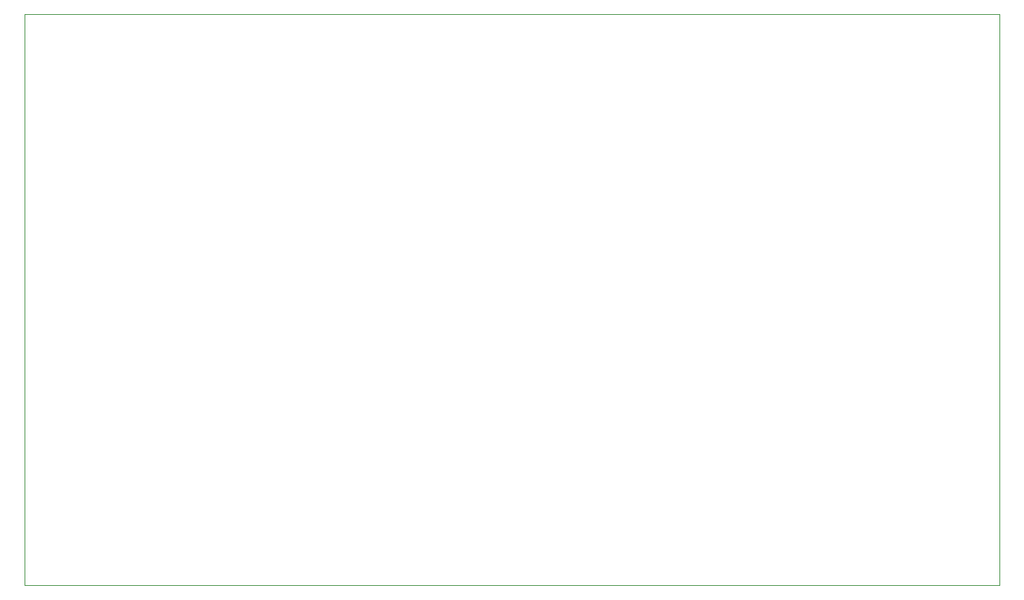
<source format=gbr>
%TF.GenerationSoftware,KiCad,Pcbnew,(6.0.7)*%
%TF.CreationDate,2023-02-12T14:45:51-05:00*%
%TF.ProjectId,Genesis_PA_Testing_v1,47656e65-7369-4735-9f50-415f54657374,rev?*%
%TF.SameCoordinates,Original*%
%TF.FileFunction,Profile,NP*%
%FSLAX46Y46*%
G04 Gerber Fmt 4.6, Leading zero omitted, Abs format (unit mm)*
G04 Created by KiCad (PCBNEW (6.0.7)) date 2023-02-12 14:45:51*
%MOMM*%
%LPD*%
G01*
G04 APERTURE LIST*
%TA.AperFunction,Profile*%
%ADD10C,0.100000*%
%TD*%
G04 APERTURE END LIST*
D10*
X73850500Y-83121500D02*
X184721500Y-83121500D01*
X184721500Y-83121500D02*
X184721500Y-148145500D01*
X184721500Y-148145500D02*
X73850500Y-148145500D01*
X73850500Y-148145500D02*
X73850500Y-83121500D01*
M02*

</source>
